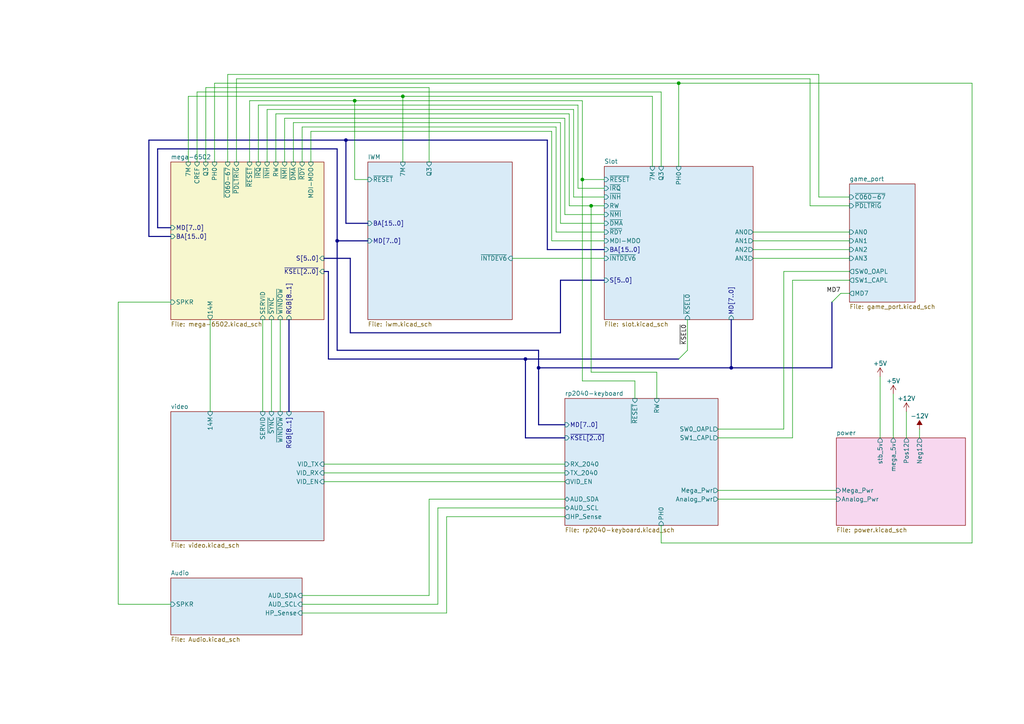
<source format=kicad_sch>
(kicad_sch (version 20211123) (generator eeschema)
  (paper "A4")
  (title_block (title "Mini-Mega IIef Rev 3 PCB") (rev "3a") (company "twitch.tv/baldengineer"))
  (lib_symbols
    (symbol "My Library:+5V_2040" (power) (pin_names (offset 0))
      (property "Value" "+5V_2040" (at 0 3.556 0))
      (symbol "+5V_2040_0_1"
        (polyline (pts (xy -0.762 1.27) (xy 0 2.54)))
        (polyline (pts (xy 0 0) (xy 0 2.54)))
        (polyline (pts (xy 0 2.54) (xy 0.762 1.27)))
      )
      (symbol "+5V_2040_1_1"
        (pin power_in line (at 0 0 90) (length 0) hide (name "+5V") (number "1"))
      )
    )
    (symbol "power:+12V" (power) (pin_names (offset 0))
      (property "Value" "+12V" (at 0 3.556 0))
      (symbol "+12V_0_1"
        (polyline (pts (xy -0.762 1.27) (xy 0 2.54)))
        (polyline (pts (xy 0 0) (xy 0 2.54)))
        (polyline (pts (xy 0 2.54) (xy 0.762 1.27)))
      )
      (symbol "+12V_1_1"
        (pin power_in line (at 0 0 90) (length 0) hide (name "+12V") (number "1"))
      )
    )
    (symbol "power:+5V" (power) (pin_names (offset 0))
      (property "Value" "+5V" (at 0 3.556 0))
      (symbol "+5V_0_1"
        (polyline (pts (xy -0.762 1.27) (xy 0 2.54)))
        (polyline (pts (xy 0 0) (xy 0 2.54)))
        (polyline (pts (xy 0 2.54) (xy 0.762 1.27)))
      )
      (symbol "+5V_1_1"
        (pin power_in line (at 0 0 90) (length 0) hide (name "+5V") (number "1"))
      )
    )
    (symbol "power:-12V" (power) (pin_names (offset 0))
      (property "Value" "-12V" (at 0 3.81 0))
      (symbol "-12V_0_0"
        (pin power_in line (at 0 0 90) (length 0) hide (name "-12V") (number "1"))
      )
      (symbol "-12V_0_1"
        (polyline (pts (xy 0 0) (xy 0 1.27) (xy 0.762 1.27) (xy 0 2.54) (xy -0.762 1.27) (xy 0 1.27)) (fill (type outline)))
      )
    )
  )
  (junction (at 196.85 24.13))
  (junction (at 152.4 104.14))
  (junction (at 156.21 106.68))
  (junction (at 102.87 29.21))
  (junction (at 168.91 52.07))
  (junction (at 100.33 40.64))
  (junction (at 97.79 69.85))
  (junction (at 116.84 27.94))
  (junction (at 171.45 59.69))
  (junction (at 212.09 106.68))
  (bus_entry (at 196.85 104.14) (size 2.54 -2.54))
  (bus_entry (at 241.3 87.63) (size 2.54 -2.54))
  (wire (pts (xy 165.1 59.69) (xy 165.1 33.02)))
  (bus (pts (xy 93.98 78.74) (xy 95.25 78.74)))
  (wire (pts (xy 129.54 177.8) (xy 129.54 149.86)))
  (bus (pts (xy 152.4 127) (xy 163.83 127)))
  (wire (pts (xy 68.58 22.86) (xy 234.95 22.86)))
  (wire (pts (xy 171.45 59.69) (xy 165.1 59.69)))
  (wire (pts (xy 171.45 107.95) (xy 190.5 107.95)))
  (bus (pts (xy 97.79 69.85) (xy 97.79 101.6)))
  (wire (pts (xy 255.27 109.22) (xy 255.27 127)))
  (wire (pts (xy 229.87 127) (xy 208.28 127)))
  (wire (pts (xy 243.84 85.09) (xy 246.38 85.09)))
  (wire (pts (xy 227.33 78.74) (xy 246.38 78.74)))
  (wire (pts (xy 234.95 22.86) (xy 234.95 59.69)))
  (wire (pts (xy 74.93 30.48) (xy 74.93 46.99)))
  (wire (pts (xy 77.47 31.75) (xy 77.47 46.99)))
  (bus (pts (xy 100.33 40.64) (xy 158.75 40.64)))
  (wire (pts (xy 208.28 142.24) (xy 242.57 142.24)))
  (bus (pts (xy 95.25 78.74) (xy 95.25 104.14)))
  (bus (pts (xy 100.33 64.77) (xy 106.68 64.77)))
  (wire (pts (xy 175.26 52.07) (xy 168.91 52.07)))
  (wire (pts (xy 76.2 92.71) (xy 76.2 119.38)))
  (bus (pts (xy 83.82 92.71) (xy 83.82 119.38)))
  (wire (pts (xy 90.17 38.1) (xy 160.02 38.1)))
  (bus (pts (xy 49.53 68.58) (xy 43.18 68.58)))
  (wire (pts (xy 82.55 34.29) (xy 82.55 46.99)))
  (wire (pts (xy 168.91 52.07) (xy 168.91 110.49)))
  (wire (pts (xy 161.29 67.31) (xy 161.29 36.83)))
  (wire (pts (xy 234.95 59.69) (xy 246.38 59.69)))
  (wire (pts (xy 168.91 110.49) (xy 184.15 110.49)))
  (bus (pts (xy 95.25 104.14) (xy 152.4 104.14)))
  (wire (pts (xy 227.33 124.46) (xy 227.33 78.74)))
  (wire (pts (xy 116.84 27.94) (xy 189.23 27.94)))
  (bus (pts (xy 45.72 43.18) (xy 97.79 43.18)))
  (wire (pts (xy 62.23 24.13) (xy 62.23 46.99)))
  (wire (pts (xy 208.28 144.78) (xy 242.57 144.78)))
  (wire (pts (xy 102.87 52.07) (xy 106.68 52.07)))
  (wire (pts (xy 57.15 26.67) (xy 57.15 46.99)))
  (wire (pts (xy 102.87 29.21) (xy 168.91 29.21)))
  (wire (pts (xy 124.46 25.4) (xy 124.46 46.99)))
  (wire (pts (xy 77.47 31.75) (xy 166.37 31.75)))
  (wire (pts (xy 87.63 36.83) (xy 87.63 46.99)))
  (bus (pts (xy 212.09 106.68) (xy 156.21 106.68)))
  (wire (pts (xy 66.04 46.99) (xy 66.04 21.59)))
  (wire (pts (xy 218.44 74.93) (xy 246.38 74.93)))
  (wire (pts (xy 93.98 137.16) (xy 163.83 137.16)))
  (wire (pts (xy 34.29 87.63) (xy 34.29 175.26)))
  (wire (pts (xy 160.02 38.1) (xy 160.02 69.85)))
  (wire (pts (xy 190.5 107.95) (xy 190.5 115.57)))
  (bus (pts (xy 156.21 123.19) (xy 163.83 123.19)))
  (bus (pts (xy 152.4 104.14) (xy 152.4 127)))
  (wire (pts (xy 191.77 152.4) (xy 191.77 157.48)))
  (wire (pts (xy 199.39 92.71) (xy 199.39 101.6)))
  (wire (pts (xy 237.49 21.59) (xy 237.49 57.15)))
  (bus (pts (xy 162.56 81.28) (xy 175.26 81.28)))
  (bus (pts (xy 93.98 74.93) (xy 101.6 74.93)))
  (wire (pts (xy 127 175.26) (xy 127 147.32)))
  (bus (pts (xy 162.56 96.52) (xy 162.56 81.28)))
  (wire (pts (xy 160.02 69.85) (xy 175.26 69.85)))
  (wire (pts (xy 171.45 59.69) (xy 171.45 107.95)))
  (wire (pts (xy 189.23 48.26) (xy 189.23 27.94)))
  (wire (pts (xy 87.63 172.72) (xy 124.46 172.72)))
  (wire (pts (xy 259.08 114.3) (xy 259.08 127)))
  (wire (pts (xy 54.61 27.94) (xy 54.61 46.99)))
  (wire (pts (xy 161.29 36.83) (xy 87.63 36.83)))
  (bus (pts (xy 45.72 66.04) (xy 45.72 43.18)))
  (bus (pts (xy 156.21 101.6) (xy 156.21 106.68)))
  (wire (pts (xy 266.7 124.46) (xy 266.7 127)))
  (bus (pts (xy 97.79 101.6) (xy 156.21 101.6)))
  (wire (pts (xy 74.93 30.48) (xy 167.64 30.48)))
  (wire (pts (xy 124.46 144.78) (xy 163.83 144.78)))
  (wire (pts (xy 60.96 92.71) (xy 60.96 119.38)))
  (wire (pts (xy 54.61 27.94) (xy 116.84 27.94)))
  (wire (pts (xy 208.28 124.46) (xy 227.33 124.46)))
  (bus (pts (xy 97.79 69.85) (xy 106.68 69.85)))
  (bus (pts (xy 152.4 104.14) (xy 196.85 104.14)))
  (wire (pts (xy 62.23 24.13) (xy 196.85 24.13)))
  (wire (pts (xy 57.15 26.67) (xy 191.77 26.67)))
  (bus (pts (xy 175.26 72.39) (xy 158.75 72.39)))
  (wire (pts (xy 281.94 157.48) (xy 281.94 24.13)))
  (wire (pts (xy 218.44 69.85) (xy 246.38 69.85)))
  (bus (pts (xy 49.53 66.04) (xy 45.72 66.04)))
  (wire (pts (xy 85.09 35.56) (xy 162.56 35.56)))
  (wire (pts (xy 72.39 29.21) (xy 72.39 46.99)))
  (wire (pts (xy 34.29 175.26) (xy 49.53 175.26)))
  (wire (pts (xy 191.77 157.48) (xy 281.94 157.48)))
  (bus (pts (xy 158.75 72.39) (xy 158.75 40.64)))
  (bus (pts (xy 212.09 106.68) (xy 241.3 106.68)))
  (bus (pts (xy 156.21 106.68) (xy 156.21 123.19)))
  (wire (pts (xy 196.85 24.13) (xy 196.85 48.26)))
  (wire (pts (xy 175.26 64.77) (xy 162.56 64.77)))
  (bus (pts (xy 97.79 43.18) (xy 97.79 69.85)))
  (wire (pts (xy 116.84 27.94) (xy 116.84 46.99)))
  (wire (pts (xy 148.59 74.93) (xy 175.26 74.93)))
  (bus (pts (xy 100.33 64.77) (xy 100.33 40.64)))
  (wire (pts (xy 93.98 139.7) (xy 163.83 139.7)))
  (wire (pts (xy 124.46 172.72) (xy 124.46 144.78)))
  (wire (pts (xy 163.83 62.23) (xy 163.83 34.29)))
  (wire (pts (xy 262.89 119.38) (xy 262.89 127)))
  (wire (pts (xy 90.17 46.99) (xy 90.17 38.1)))
  (wire (pts (xy 93.98 134.62) (xy 163.83 134.62)))
  (wire (pts (xy 72.39 29.21) (xy 102.87 29.21)))
  (wire (pts (xy 184.15 110.49) (xy 184.15 115.57)))
  (bus (pts (xy 241.3 87.63) (xy 241.3 106.68)))
  (wire (pts (xy 175.26 54.61) (xy 167.64 54.61)))
  (wire (pts (xy 80.01 33.02) (xy 165.1 33.02)))
  (wire (pts (xy 129.54 149.86) (xy 163.83 149.86)))
  (wire (pts (xy 281.94 24.13) (xy 196.85 24.13)))
  (wire (pts (xy 167.64 54.61) (xy 167.64 30.48)))
  (wire (pts (xy 49.53 87.63) (xy 34.29 87.63)))
  (wire (pts (xy 175.26 59.69) (xy 171.45 59.69)))
  (wire (pts (xy 102.87 29.21) (xy 102.87 52.07)))
  (wire (pts (xy 127 147.32) (xy 163.83 147.32)))
  (wire (pts (xy 78.74 92.71) (xy 78.74 119.38)))
  (wire (pts (xy 85.09 35.56) (xy 85.09 46.99)))
  (wire (pts (xy 80.01 33.02) (xy 80.01 46.99)))
  (wire (pts (xy 87.63 177.8) (xy 129.54 177.8)))
  (bus (pts (xy 101.6 96.52) (xy 162.56 96.52)))
  (bus (pts (xy 43.18 40.64) (xy 100.33 40.64)))
  (wire (pts (xy 218.44 72.39) (xy 246.38 72.39)))
  (wire (pts (xy 175.26 62.23) (xy 163.83 62.23)))
  (wire (pts (xy 191.77 48.26) (xy 191.77 26.67)))
  (wire (pts (xy 59.69 25.4) (xy 59.69 46.99)))
  (bus (pts (xy 212.09 92.71) (xy 212.09 106.68)))
  (wire (pts (xy 66.04 21.59) (xy 237.49 21.59)))
  (wire (pts (xy 229.87 81.28) (xy 229.87 127)))
  (wire (pts (xy 162.56 64.77) (xy 162.56 35.56)))
  (wire (pts (xy 175.26 57.15) (xy 166.37 57.15)))
  (wire (pts (xy 87.63 175.26) (xy 127 175.26)))
  (wire (pts (xy 168.91 52.07) (xy 168.91 29.21)))
  (wire (pts (xy 59.69 25.4) (xy 124.46 25.4)))
  (wire (pts (xy 82.55 34.29) (xy 163.83 34.29)))
  (bus (pts (xy 43.18 40.64) (xy 43.18 68.58)))
  (wire (pts (xy 237.49 57.15) (xy 246.38 57.15)))
  (wire (pts (xy 81.28 92.71) (xy 81.28 119.38)))
  (wire (pts (xy 218.44 67.31) (xy 246.38 67.31)))
  (wire (pts (xy 175.26 67.31) (xy 161.29 67.31)))
  (bus (pts (xy 101.6 74.93) (xy 101.6 96.52)))
  (wire (pts (xy 68.58 46.99) (xy 68.58 22.86)))
  (wire (pts (xy 166.37 57.15) (xy 166.37 31.75)))
  (wire (pts (xy 246.38 81.28) (xy 229.87 81.28)))
  (label "~{KSEL0}" (at 199.39 93.98 270))
  (label "MD7" (at 243.84 85.09 180))
  (symbol (lib_id "My Library:+5V_2040") (at 255.27 109.22 0) (unit 1)
    (property "Reference" "#PWR0208" (effects hide))
    (property "Value" "+5V_2040" (at 255.27 105.41 0))
  )
  (symbol (lib_id "power:+12V") (at 262.89 119.38 0) (unit 1)
    (property "Reference" "#PWR0217" (effects hide))
    (property "Value" "+12V" (at 262.89 115.57 0))
  )
  (symbol (lib_id "power:+5V") (at 259.08 114.3 0) (unit 1)
    (property "Reference" "#PWR0209" (effects hide))
    (property "Value" "+5V" (at 259.08 110.49 0))
  )
  (symbol (lib_id "power:-12V") (at 266.7 124.46 0) (unit 1)
    (property "Reference" "#PWR0218" (effects hide))
    (property "Value" "-12V" (at 266.7 120.65 0))
  )
  (sheet (at 49.53 46.99) (size 44.45 45.72) (stroke (width 0.1524)) (fill (color 224 224 60 0.2500))
    (property "Sheet name" "mega-6502" (at 49.53 46.2784 0) (effects (justify left bottom)))
    (property "Sheet file" "mega-6502.kicad_sch" (at 49.53 93.2946 0) (effects (justify left top)))
    (pin "7M" input (at 54.61 46.99 90))
    (pin "BA[15..0]" input (at 49.53 68.58 180))
    (pin "MD[7..0]" input (at 49.53 66.04 180))
    (pin "~{KSEL[2..0]}" input (at 93.98 78.74 0))
    (pin "~{DMA}" input (at 85.09 46.99 90))
    (pin "~{PDLTRIG}" input (at 68.58 46.99 90))
    (pin "~{C060-67}" input (at 66.04 46.99 90))
    (pin "~{NMI}" input (at 82.55 46.99 90))
    (pin "~{RDY}" input (at 87.63 46.99 90))
    (pin "S[5..0]" input (at 93.98 74.93 0))
    (pin "PH0" input (at 62.23 46.99 90))
    (pin "Q3" input (at 59.69 46.99 90))
    (pin "CREF" input (at 57.15 46.99 90))
    (pin "RW" input (at 80.01 46.99 90))
    (pin "~{RESET}" input (at 72.39 46.99 90))
    (pin "~{IRQ}" input (at 74.93 46.99 90))
    (pin "~{INH}" input (at 77.47 46.99 90))
    (pin "~{SYNC}" input (at 78.74 92.71 270))
    (pin "MDI-MDO" input (at 90.17 46.99 90))
    (pin "~{WINDOW}" input (at 81.28 92.71 270))
    (pin "RGB[8..1]" input (at 83.82 92.71 270))
    (pin "SPKR" input (at 49.53 87.63 180))
    (pin "SERVID" input (at 76.2 92.71 270))
    (pin "14M" output (at 60.96 92.71 270))
  )
  (sheet (at 175.26 48.26) (size 43.18 44.45) (stroke (width 0.1524)) (fill (color 105 176 224 0.2510))
    (property "Sheet name" "Slot" (at 175.26 47.5484 0) (effects (justify left bottom)))
    (property "Sheet file" "slot.kicad_sch" (at 175.26 93.2946 0) (effects (justify left top)))
    (pin "~{IRQ}" input (at 175.26 54.61 180))
    (pin "7M" input (at 189.23 48.26 90))
    (pin "Q3" input (at 191.77 48.26 90))
    (pin "PH0" input (at 196.85 48.26 90))
    (pin "~{RESET}" input (at 175.26 52.07 180))
    (pin "~{INH}" input (at 175.26 57.15 180))
    (pin "RW" input (at 175.26 59.69 180))
    (pin "~{INTDEV6}" input (at 175.26 74.93 180))
    (pin "~{DMA}" input (at 175.26 64.77 180))
    (pin "~{KSEL0}" input (at 199.39 92.71 270))
    (pin "~{NMI}" input (at 175.26 62.23 180))
    (pin "~{RDY}" input (at 175.26 67.31 180))
    (pin "BA[15..0]" input (at 175.26 72.39 180))
    (pin "S[5..0]" input (at 175.26 81.28 180))
    (pin "MD[7..0]" input (at 212.09 92.71 270))
    (pin "MDI-MDO" input (at 175.26 69.85 180))
    (pin "AN0" output (at 218.44 67.31 0))
    (pin "AN3" output (at 218.44 74.93 0))
    (pin "AN2" output (at 218.44 72.39 0))
    (pin "AN1" output (at 218.44 69.85 0))
  )
  (sheet (at 49.53 119.38) (size 44.45 37.465) (stroke (width 0.1524)) (fill (color 105 176 224 0.2510))
    (property "Sheet name" "video" (at 49.53 118.6684 0) (effects (justify left bottom)))
    (property "Sheet file" "video.kicad_sch" (at 49.53 157.4296 0) (effects (justify left top)))
    (pin "SERVID" input (at 76.2 119.38 90))
    (pin "~{WINDOW}" input (at 81.28 119.38 90))
    (pin "~{SYNC}" input (at 78.74 119.38 90))
    (pin "RGB[8..1]" input (at 83.82 119.38 90))
    (pin "14M" input (at 60.96 119.38 90))
    (pin "VID_RX" input (at 93.98 137.16 0))
    (pin "VID_TX" input (at 93.98 134.62 0))
    (pin "VID_EN" input (at 93.98 139.7 0))
  )
  (sheet (at 246.38 53.34) (size 19.05 34.29) (stroke (width 0.1524)) (fill (color 105 176 224 0.2510))
    (property "Sheet name" "game_port" (at 246.38 52.6284 0) (effects (justify left bottom)))
    (property "Sheet file" "game_port.kicad_sch" (at 246.38 88.2146 0) (effects (justify left top)))
    (pin "AN3" input (at 246.38 74.93 180))
    (pin "AN0" input (at 246.38 67.31 180))
    (pin "AN2" input (at 246.38 72.39 180))
    (pin "AN1" input (at 246.38 69.85 180))
    (pin "~{PDLTRIG}" input (at 246.38 59.69 180))
    (pin "MD7" output (at 246.38 85.09 180))
    (pin "SW0_OAPL" output (at 246.38 78.74 180))
    (pin "~{C060-67}" input (at 246.38 57.15 180))
    (pin "SW1_CAPL" output (at 246.38 81.28 180))
  )
  (sheet (at 49.53 167.64) (size 38.1 16.51) (stroke (width 0.1524)) (fill (color 105 176 224 0.2510))
    (property "Sheet name" "Audio" (at 49.53 166.9284 0) (effects (justify left bottom)))
    (property "Sheet file" "Audio.kicad_sch" (at 49.53 184.7346 0) (effects (justify left top)))
    (pin "AUD_SDA" input (at 87.63 172.72 0))
    (pin "AUD_SCL" input (at 87.63 175.26 0))
    (pin "SPKR" input (at 49.53 175.26 180))
    (pin "HP_Sense" input (at 87.63 177.8 0))
  )
  (sheet (at 106.68 46.99) (size 41.91 45.72) (stroke (width 0.1524)) (fill (color 105 176 224 0.2500))
    (property "Sheet name" "IWM" (at 106.68 46.2784 0) (effects (justify left bottom)))
    (property "Sheet file" "iwm.kicad_sch" (at 106.68 93.2946 0) (effects (justify left top)))
    (pin "7M" input (at 116.84 46.99 90))
    (pin "Q3" input (at 124.46 46.99 90))
    (pin "BA[15..0]" input (at 106.68 64.77 180))
    (pin "~{RESET}" input (at 106.68 52.07 180))
    (pin "MD[7..0]" input (at 106.68 69.85 180))
    (pin "~{INTDEV6}" input (at 148.59 74.93 0))
  )
  (sheet (at 163.83 115.57) (size 44.45 36.83) (stroke (width 0.1524)) (fill (color 105 176 224 0.2510))
    (property "Sheet name" "rp2040-keyboard" (at 163.83 114.8584 0) (effects (justify left bottom)))
    (property "Sheet file" "rp2040-keyboard.kicad_sch" (at 163.83 152.9846 0) (effects (justify left top)))
    (pin "MD[7..0]" input (at 163.83 123.19 180))
    (pin "PH0" input (at 191.77 152.4 270))
    (pin "~{RESET}" input (at 184.15 115.57 90))
    (pin "RW" input (at 190.5 115.57 90))
    (pin "~{KSEL[2..0]}" input (at 163.83 127 180))
    (pin "RX_2040" input (at 163.83 134.62 180))
    (pin "TX_2040" input (at 163.83 137.16 180))
    (pin "Mega_Pwr" output (at 208.28 142.24 0))
    (pin "Analog_Pwr" output (at 208.28 144.78 0))
    (pin "VID_EN" output (at 163.83 139.7 180))
    (pin "SW1_CAPL" output (at 208.28 127 0))
    (pin "AUD_SDA" bidirectional (at 163.83 144.78 180))
    (pin "AUD_SCL" bidirectional (at 163.83 147.32 180))
    (pin "HP_Sense" output (at 163.83 149.86 180))
    (pin "SW0_OAPL" output (at 208.28 124.46 0))
  )
  (sheet (at 242.57 127) (size 37.465 25.4) (stroke (width 0.1524)) (fill (color 224 99 194 0.2510))
    (property "Sheet name" "power" (at 242.57 126.2884 0) (effects (justify left bottom)))
    (property "Sheet file" "power.kicad_sch" (at 242.57 152.9846 0) (effects (justify left top)))
    (pin "Neg12" output (at 266.7 127 90))
    (pin "Pos12" output (at 262.89 127 90))
    (pin "mega_5v" output (at 259.08 127 90))
    (pin "stb_5v" output (at 255.27 127 90))
    (pin "Analog_Pwr" input (at 242.57 144.78 180))
    (pin "Mega_Pwr" input (at 242.57 142.24 180))
  )
)
</source>
